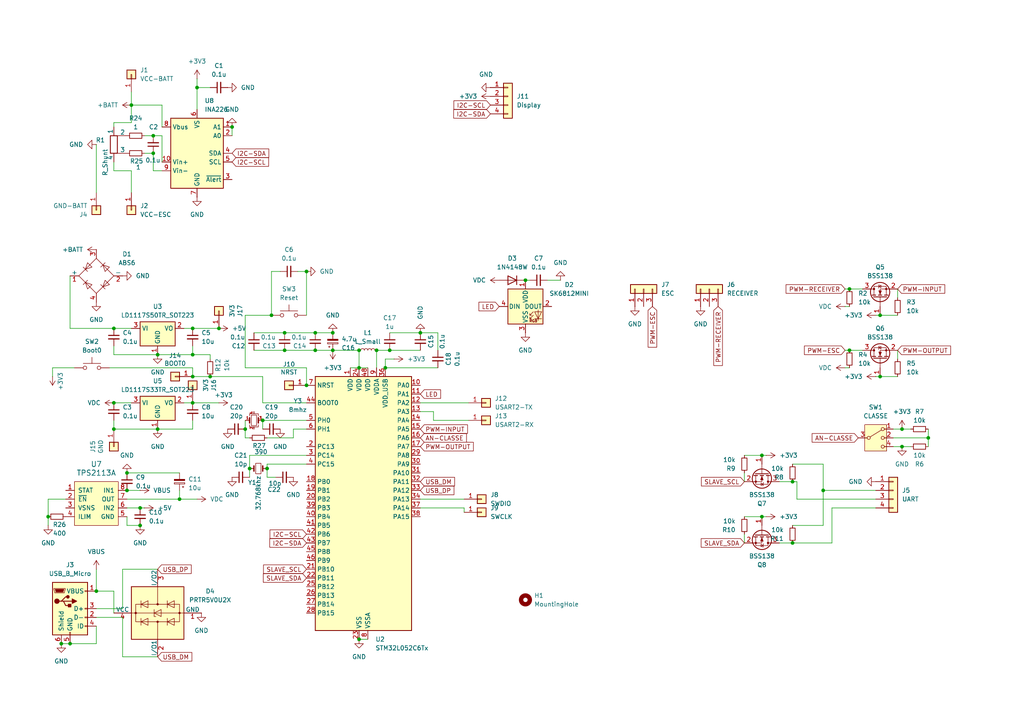
<source format=kicad_sch>
(kicad_sch (version 20231120) (generator "eeschema") (generator_version "8.0")
  (paper "A4")
  (junction (at 55.88 116.84))
  (junction (at 40.64 152.4))
  (junction (at 45.72 124.46))
  (junction (at 33.02 124.46))
  (junction (at 52.07 144.78))
  (junction (at 121.92 96.52))
  (junction (at 20.32 186.69))
  (junction (at 229.87 157.48))
  (junction (at 229.87 139.7))
  (junction (at 220.98 149.86))
  (junction (at 82.55 96.52))
  (junction (at 104.14 185.42))
  (junction (at 36.83 142.24))
  (junction (at 45.72 102.87))
  (junction (at 71.12 124.46))
  (junction (at 111.76 106.68))
  (junction (at 17.78 186.69))
  (junction (at 246.38 101.6))
  (junction (at 246.38 83.82))
  (junction (at 96.52 96.52))
  (junction (at 40.64 147.32))
  (junction (at 55.88 102.87))
  (junction (at 44.45 44.45))
  (junction (at 255.27 91.44))
  (junction (at 63.5 95.25))
  (junction (at 238.76 142.24))
  (junction (at 269.24 127))
  (junction (at 55.88 95.25))
  (junction (at 96.52 101.6))
  (junction (at 88.9 78.74))
  (junction (at 33.02 116.84))
  (junction (at 44.45 39.37))
  (junction (at 36.83 137.16))
  (junction (at 13.97 149.86))
  (junction (at 152.4 81.28))
  (junction (at 78.74 91.44))
  (junction (at 77.47 135.89))
  (junction (at 220.98 132.08))
  (junction (at 88.9 111.76))
  (junction (at 255.27 109.22))
  (junction (at 27.94 171.45))
  (junction (at 261.62 124.46))
  (junction (at 55.88 109.22))
  (junction (at 91.44 101.6))
  (junction (at 82.55 101.6))
  (junction (at 60.96 109.22))
  (junction (at 38.1 30.48))
  (junction (at 91.44 96.52))
  (junction (at 33.02 95.25))
  (junction (at 72.39 135.89))
  (junction (at 67.31 36.83))
  (junction (at 104.14 106.68))
  (junction (at 109.22 101.6))
  (junction (at 57.15 25.4))
  (junction (at 261.62 129.54))
  (junction (at 113.03 101.6))
  (junction (at 104.14 101.6))
  (junction (at 76.2 121.92))
  (wire (pts (xy 20.32 80.01) (xy 20.32 95.25)))
  (wire (pts (xy 71.12 127) (xy 72.39 127)))
  (wire (pts (xy 88.9 78.74) (xy 88.9 91.44)))
  (wire (pts (xy 245.11 83.82) (xy 246.38 83.82)))
  (wire (pts (xy 71.12 91.44) (xy 78.74 91.44)))
  (wire (pts (xy 104.14 106.68) (xy 106.68 106.68)))
  (wire (pts (xy 33.02 171.45) (xy 33.02 177.8)))
  (wire (pts (xy 111.76 106.68) (xy 111.76 104.14)))
  (wire (pts (xy 38.1 30.48) (xy 38.1 26.67)))
  (wire (pts (xy 45.72 124.46) (xy 33.02 124.46)))
  (wire (pts (xy 229.87 139.7) (xy 226.06 139.7)))
  (wire (pts (xy 35.56 190.5) (xy 45.72 190.5)))
  (wire (pts (xy 246.38 83.82) (xy 250.19 83.82)))
  (wire (pts (xy 13.97 144.78) (xy 19.05 144.78)))
  (wire (pts (xy 231.14 139.7) (xy 231.14 144.78)))
  (wire (pts (xy 27.94 171.45) (xy 33.02 171.45)))
  (wire (pts (xy 134.62 148.59) (xy 134.62 147.32)))
  (wire (pts (xy 38.1 35.56) (xy 38.1 30.48)))
  (wire (pts (xy 85.09 124.46) (xy 88.9 124.46)))
  (wire (pts (xy 109.22 101.6) (xy 113.03 101.6)))
  (wire (pts (xy 33.02 46.99) (xy 33.02 49.53)))
  (wire (pts (xy 104.14 101.6) (xy 96.52 101.6)))
  (wire (pts (xy 88.9 116.84) (xy 76.2 116.84)))
  (wire (pts (xy 91.44 101.6) (xy 82.55 101.6)))
  (wire (pts (xy 113.03 96.52) (xy 121.92 96.52)))
  (wire (pts (xy 27.94 186.69) (xy 20.32 186.69)))
  (wire (pts (xy 53.34 95.25) (xy 55.88 95.25)))
  (wire (pts (xy 46.99 49.53) (xy 44.45 49.53)))
  (wire (pts (xy 220.98 132.08) (xy 215.9 132.08)))
  (wire (pts (xy 38.1 49.53) (xy 38.1 55.88)))
  (wire (pts (xy 127 96.52) (xy 127 101.6)))
  (wire (pts (xy 269.24 127) (xy 259.08 127)))
  (wire (pts (xy 261.62 129.54) (xy 259.08 129.54)))
  (wire (pts (xy 36.83 137.16) (xy 52.07 137.16)))
  (wire (pts (xy 111.76 104.14) (xy 114.3 104.14)))
  (wire (pts (xy 245.11 106.68) (xy 246.38 106.68)))
  (wire (pts (xy 46.99 30.48) (xy 38.1 30.48)))
  (wire (pts (xy 27.94 181.61) (xy 27.94 186.69)))
  (wire (pts (xy 134.62 144.78) (xy 121.92 144.78)))
  (wire (pts (xy 96.52 101.6) (xy 91.44 101.6)))
  (wire (pts (xy 88.9 134.62) (xy 77.47 134.62)))
  (wire (pts (xy 31.75 106.68) (xy 55.88 106.68)))
  (wire (pts (xy 269.24 124.46) (xy 269.24 127)))
  (wire (pts (xy 76.2 109.22) (xy 60.96 109.22)))
  (wire (pts (xy 72.39 135.89) (xy 72.39 132.08)))
  (wire (pts (xy 158.75 81.28) (xy 162.56 81.28)))
  (wire (pts (xy 88.9 111.76) (xy 88.9 106.68)))
  (wire (pts (xy 135.89 121.92) (xy 125.73 121.92)))
  (wire (pts (xy 246.38 101.6) (xy 250.19 101.6)))
  (wire (pts (xy 33.02 35.56) (xy 38.1 35.56)))
  (wire (pts (xy 27.94 176.53) (xy 35.56 176.53)))
  (wire (pts (xy 55.88 100.33) (xy 55.88 102.87)))
  (wire (pts (xy 57.15 22.86) (xy 57.15 25.4)))
  (wire (pts (xy 53.34 116.84) (xy 55.88 116.84)))
  (wire (pts (xy 63.5 116.84) (xy 55.88 116.84)))
  (wire (pts (xy 13.97 149.86) (xy 13.97 144.78)))
  (wire (pts (xy 121.92 116.84) (xy 135.89 116.84)))
  (wire (pts (xy 255.27 91.44) (xy 260.35 91.44)))
  (wire (pts (xy 77.47 135.89) (xy 77.47 138.43)))
  (wire (pts (xy 82.55 96.52) (xy 73.66 96.52)))
  (wire (pts (xy 71.12 124.46) (xy 71.12 127)))
  (wire (pts (xy 229.87 157.48) (xy 241.3 157.48)))
  (wire (pts (xy 33.02 49.53) (xy 38.1 49.53)))
  (wire (pts (xy 254 142.24) (xy 238.76 142.24)))
  (wire (pts (xy 109.22 101.6) (xy 109.22 106.68)))
  (wire (pts (xy 33.02 124.46) (xy 33.02 121.92)))
  (wire (pts (xy 55.88 102.87) (xy 45.72 102.87)))
  (wire (pts (xy 245.11 88.9) (xy 246.38 88.9)))
  (wire (pts (xy 255.27 109.22) (xy 260.35 109.22)))
  (wire (pts (xy 40.64 152.4) (xy 36.83 152.4)))
  (wire (pts (xy 55.88 121.92) (xy 55.88 124.46)))
  (wire (pts (xy 71.12 121.92) (xy 71.12 124.46)))
  (wire (pts (xy 17.78 186.69) (xy 20.32 186.69)))
  (wire (pts (xy 41.91 147.32) (xy 40.64 147.32)))
  (wire (pts (xy 67.31 36.83) (xy 67.31 39.37)))
  (wire (pts (xy 104.14 185.42) (xy 106.68 185.42)))
  (wire (pts (xy 261.62 124.46) (xy 259.08 124.46)))
  (wire (pts (xy 153.67 81.28) (xy 152.4 81.28)))
  (wire (pts (xy 71.12 106.68) (xy 71.12 91.44)))
  (wire (pts (xy 85.09 127) (xy 85.09 124.46)))
  (wire (pts (xy 78.74 78.74) (xy 78.74 91.44)))
  (wire (pts (xy 27.94 165.1) (xy 27.94 171.45)))
  (wire (pts (xy 36.83 152.4) (xy 36.83 149.86)))
  (wire (pts (xy 76.2 121.92) (xy 88.9 121.92)))
  (wire (pts (xy 38.1 116.84) (xy 33.02 116.84)))
  (wire (pts (xy 40.64 142.24) (xy 36.83 142.24)))
  (wire (pts (xy 86.36 78.74) (xy 88.9 78.74)))
  (wire (pts (xy 41.91 44.45) (xy 44.45 44.45)))
  (wire (pts (xy 261.62 124.46) (xy 264.16 124.46)))
  (wire (pts (xy 63.5 95.25) (xy 55.88 95.25)))
  (wire (pts (xy 269.24 127) (xy 269.24 129.54)))
  (wire (pts (xy 104.14 101.6) (xy 104.14 106.68)))
  (wire (pts (xy 60.96 104.14) (xy 60.96 102.87)))
  (wire (pts (xy 57.15 144.78) (xy 52.07 144.78)))
  (wire (pts (xy 245.11 101.6) (xy 246.38 101.6)))
  (wire (pts (xy 241.3 157.48) (xy 241.3 147.32)))
  (wire (pts (xy 33.02 95.25) (xy 20.32 95.25)))
  (wire (pts (xy 125.73 119.38) (xy 121.92 119.38)))
  (wire (pts (xy 226.06 157.48) (xy 229.87 157.48)))
  (wire (pts (xy 76.2 124.46) (xy 76.2 121.92)))
  (wire (pts (xy 222.25 149.86) (xy 220.98 149.86)))
  (wire (pts (xy 96.52 96.52) (xy 91.44 96.52)))
  (wire (pts (xy 41.91 39.37) (xy 44.45 39.37)))
  (wire (pts (xy 15.24 109.22) (xy 15.24 106.68)))
  (wire (pts (xy 72.39 135.89) (xy 72.39 138.43)))
  (wire (pts (xy 40.64 147.32) (xy 36.83 147.32)))
  (wire (pts (xy 45.72 102.87) (xy 33.02 102.87)))
  (wire (pts (xy 13.97 152.4) (xy 13.97 149.86)))
  (wire (pts (xy 15.24 106.68) (xy 21.59 106.68)))
  (wire (pts (xy 134.62 147.32) (xy 121.92 147.32)))
  (wire (pts (xy 238.76 152.4) (xy 238.76 142.24)))
  (wire (pts (xy 33.02 35.56) (xy 33.02 36.83)))
  (wire (pts (xy 35.56 179.07) (xy 35.56 190.5)))
  (wire (pts (xy 260.35 101.6) (xy 260.35 104.14)))
  (wire (pts (xy 241.3 147.32) (xy 254 147.32)))
  (wire (pts (xy 35.56 176.53) (xy 35.56 165.1)))
  (wire (pts (xy 60.96 102.87) (xy 55.88 102.87)))
  (wire (pts (xy 82.55 101.6) (xy 73.66 101.6)))
  (wire (pts (xy 260.35 83.82) (xy 260.35 86.36)))
  (wire (pts (xy 121.92 96.52) (xy 127 96.52)))
  (wire (pts (xy 55.88 109.22) (xy 60.96 109.22)))
  (wire (pts (xy 46.99 39.37) (xy 46.99 46.99)))
  (wire (pts (xy 215.9 139.7) (xy 215.9 137.16)))
  (wire (pts (xy 91.44 96.52) (xy 82.55 96.52)))
  (wire (pts (xy 231.14 144.78) (xy 254 144.78)))
  (wire (pts (xy 38.1 95.25) (xy 33.02 95.25)))
  (wire (pts (xy 77.47 127) (xy 85.09 127)))
  (wire (pts (xy 57.15 25.4) (xy 60.96 25.4)))
  (wire (pts (xy 35.56 165.1) (xy 45.72 165.1)))
  (wire (pts (xy 222.25 132.08) (xy 220.98 132.08)))
  (wire (pts (xy 215.9 157.48) (xy 215.9 154.94)))
  (wire (pts (xy 76.2 116.84) (xy 76.2 109.22)))
  (wire (pts (xy 104.14 106.68) (xy 101.6 106.68)))
  (wire (pts (xy 80.01 138.43) (xy 77.47 138.43)))
  (wire (pts (xy 44.45 39.37) (xy 46.99 39.37)))
  (wire (pts (xy 261.62 129.54) (xy 264.16 129.54)))
  (wire (pts (xy 238.76 142.24) (xy 238.76 134.62)))
  (wire (pts (xy 27.94 41.91) (xy 27.94 55.88)))
  (wire (pts (xy 72.39 132.08) (xy 88.9 132.08)))
  (wire (pts (xy 229.87 139.7) (xy 231.14 139.7)))
  (wire (pts (xy 46.99 36.83) (xy 46.99 30.48)))
  (wire (pts (xy 44.45 49.53) (xy 44.45 44.45)))
  (wire (pts (xy 229.87 134.62) (xy 238.76 134.62)))
  (wire (pts (xy 52.07 144.78) (xy 36.83 144.78)))
  (wire (pts (xy 52.07 142.24) (xy 52.07 144.78)))
  (wire (pts (xy 57.15 25.4) (xy 57.15 31.75)))
  (wire (pts (xy 77.47 134.62) (xy 77.47 135.89)))
  (wire (pts (xy 111.76 106.68) (xy 127 106.68)))
  (wire (pts (xy 254 109.22) (xy 255.27 109.22)))
  (wire (pts (xy 27.94 179.07) (xy 35.56 179.07)))
  (wire (pts (xy 88.9 106.68) (xy 71.12 106.68)))
  (wire (pts (xy 229.87 152.4) (xy 238.76 152.4)))
  (wire (pts (xy 55.88 106.68) (xy 55.88 109.22)))
  (wire (pts (xy 220.98 149.86) (xy 215.9 149.86)))
  (wire (pts (xy 113.03 101.6) (xy 121.92 101.6)))
  (wire (pts (xy 33.02 102.87) (xy 33.02 100.33)))
  (wire (pts (xy 125.73 121.92) (xy 125.73 119.38)))
  (wire (pts (xy 254 91.44) (xy 255.27 91.44)))
  (wire (pts (xy 81.28 78.74) (xy 78.74 78.74)))
  (wire (pts (xy 55.88 124.46) (xy 45.72 124.46)))
  (global_label "AN-CLASSE" (shape input) (at 121.92 127 0) (property "Intersheetrefs" "${INTERSHEET_REFS}" (effects (hide yes))))
  (global_label "PWM-ESC" (shape input) (at 245.11 101.6 180) (property "Intersheetrefs" "${INTERSHEET_REFS}" (effects (hide yes))))
  (global_label "PWM-ESC" (shape input) (at 189.23 88.9 270) (property "Intersheetrefs" "${INTERSHEET_REFS}" (effects (hide yes))))
  (global_label "SLAVE_SDA" (shape input) (at 215.9 157.48 180) (property "Intersheetrefs" "${INTERSHEET_REFS}" (effects (hide yes))))
  (global_label "I2C-SCL" (shape input) (at 67.31 46.99 0) (property "Intersheetrefs" "${INTERSHEET_REFS}" (effects (hide yes))))
  (global_label "SLAVE_SDA" (shape input) (at 88.9 167.64 180) (property "Intersheetrefs" "${INTERSHEET_REFS}" (effects (hide yes))))
  (global_label "SLAVE_SCL" (shape input) (at 215.9 139.7 180) (property "Intersheetrefs" "${INTERSHEET_REFS}" (effects (hide yes))))
  (global_label "PWM-OUTPUT" (shape input) (at 121.92 129.54 0) (property "Intersheetrefs" "${INTERSHEET_REFS}" (effects (hide yes))))
  (global_label "USB_DP" (shape input) (at 121.92 142.24 0) (property "Intersheetrefs" "${INTERSHEET_REFS}" (effects (hide yes))))
  (global_label "USB_DM" (shape input) (at 45.72 190.5 0) (property "Intersheetrefs" "${INTERSHEET_REFS}" (effects (hide yes))))
  (global_label "I2C-SCL" (shape input) (at 142.24 30.48 180) (property "Intersheetrefs" "${INTERSHEET_REFS}" (effects (hide yes))))
  (global_label "LED" (shape input) (at 121.92 114.3 0) (property "Intersheetrefs" "${INTERSHEET_REFS}" (effects (hide yes))))
  (global_label "I2C-SCL" (shape input) (at 88.9 154.94 180) (property "Intersheetrefs" "${INTERSHEET_REFS}" (effects (hide yes))))
  (global_label "USB_DP" (shape input) (at 45.72 165.1 0) (property "Intersheetrefs" "${INTERSHEET_REFS}" (effects (hide yes))))
  (global_label "I2C-SDA" (shape input) (at 142.24 33.02 180) (property "Intersheetrefs" "${INTERSHEET_REFS}" (effects (hide yes))))
  (global_label "USB_DM" (shape input) (at 121.92 139.7 0) (property "Intersheetrefs" "${INTERSHEET_REFS}" (effects (hide yes))))
  (global_label "AN-CLASSE" (shape input) (at 248.92 127 180) (property "Intersheetrefs" "${INTERSHEET_REFS}" (effects (hide yes))))
  (global_label "PWM-INPUT" (shape input) (at 260.35 83.82 0) (property "Intersheetrefs" "${INTERSHEET_REFS}" (effects (hide yes))))
  (global_label "LED" (shape input) (at 144.78 88.9 180) (property "Intersheetrefs" "${INTERSHEET_REFS}" (effects (hide yes))))
  (global_label "SLAVE_SCL" (shape input) (at 88.9 165.1 180) (property "Intersheetrefs" "${INTERSHEET_REFS}" (effects (hide yes))))
  (global_label "I2C-SDA" (shape input) (at 67.31 44.45 0) (property "Intersheetrefs" "${INTERSHEET_REFS}" (effects (hide yes))))
  (global_label "I2C-SDA" (shape input) (at 88.9 157.48 180) (property "Intersheetrefs" "${INTERSHEET_REFS}" (effects (hide yes))))
  (global_label "PWM-OUTPUT" (shape input) (at 260.35 101.6 0) (property "Intersheetrefs" "${INTERSHEET_REFS}" (effects (hide yes))))
  (global_label "PWM-RECEIVER" (shape input) (at 245.11 83.82 180) (property "Intersheetrefs" "${INTERSHEET_REFS}" (effects (hide yes))))
  (global_label "PWM-INPUT" (shape input) (at 121.92 124.46 0) (property "Intersheetrefs" "${INTERSHEET_REFS}" (effects (hide yes))))
  (global_label "PWM-RECEIVER" (shape input) (at 208.28 88.9 270) (property "Intersheetrefs" "${INTERSHEET_REFS}" (effects (hide yes))))
  (symbol (lib_id "Device:C_Small") (at 82.55 138.43 90) (unit 1)
    (property "Reference" "C22" (at 79.502 141.986 90))
    (property "Value" "10p" (at 79.756 140.208 90))
    (property "Footprint" "Capacitor_SMD:C_0603_1608Metric" (effects (hide yes)))
    (property "Description" "Unpolarized capacitor, small symbol" (effects (hide yes)))
  )
  (symbol (lib_id "Sensor_Energy:INA226") (at 57.15 44.45 0) (unit 1)
    (property "Reference" "U8" (at 59.3441 29.21 0) (effects (justify left)))
    (property "Value" "INA226" (at 59.3441 31.75 0) (effects (justify left)))
    (property "Footprint" "Package_SO:VSSOP-10_3x3mm_P0.5mm" (effects (hide yes)))
    (property "Datasheet" "http://www.ti.com/lit/ds/symlink/ina226.pdf" (effects (hide yes)))
    (property "Description" "High-Side or Low-Side Measurement, Bi-Directional Current and Power Monitor (0-36V) with I2C Compatible Interface, VSSOP-10" (effects (hide yes)))
  )
  (symbol (lib_id "power:GND") (at 184.15 88.9 0) (unit 1)
    (property "Reference" "#PWR031" (effects (hide yes)))
    (property "Value" "GND" (at 184.15 93.98 0))
    (property "Description" "Power symbol creates a global label with name \"GND\" , ground" (effects (hide yes)))
  )
  (symbol (lib_id "Connector_Generic:Conn_01x01") (at 38.1 60.96 270) (unit 1)
    (property "Reference" "J2" (at 40.64 59.6899 90) (effects (justify left)))
    (property "Value" "VCC-ESC" (at 40.64 62.2299 90) (effects (justify left)))
    (property "Footprint" "footprints:HV_CONN_01x01_pad_6.2x12mm" (effects (hide yes)))
    (property "Description" "Generic connector, single row, 01x01, script generated (kicad-library-utils/schlib/autogen/connector/)" (effects (hide yes)))
  )
  (symbol (lib_id "power:GND") (at 81.28 124.46 0) (unit 1)
    (property "Reference" "#PWR050" (effects (hide yes)))
    (property "Value" "GND" (at 81.28 129.54 0))
    (property "Description" "Power symbol creates a global label with name \"GND\" , ground" (effects (hide yes)))
  )
  (symbol (lib_id "Device:C_Small") (at 91.44 99.06 0) (unit 1)
    (property "Reference" "C14" (at 88.9 100.3365 0) (effects (justify right)))
    (property "Value" "0.1u" (at 88.9 97.7965 0) (effects (justify right)))
    (property "Footprint" "Capacitor_SMD:C_0603_1608Metric" (effects (hide yes)))
    (property "Description" "Unpolarized capacitor, small symbol" (effects (hide yes)))
  )
  (symbol (lib_id "Device:C_Small") (at 127 104.14 0) (unit 1)
    (property "Reference" "C18" (at 130.048 104.14 90))
    (property "Value" "0.1u" (at 132.588 104.14 90))
    (property "Footprint" "Capacitor_SMD:C_0603_1608Metric" (effects (hide yes)))
    (property "Description" "Unpolarized capacitor, small symbol" (effects (hide yes)))
  )
  (symbol (lib_id "Connector_Generic:Conn_01x01") (at 140.97 121.92 0) (unit 1)
    (property "Reference" "J13" (at 143.51 120.6499 0) (effects (justify left)))
    (property "Value" "USART2-RX" (at 143.51 123.1899 0) (effects (justify left)))
    (property "Footprint" "TestPoint:TestPoint_Pad_D2.0mm" (effects (hide yes)))
    (property "Description" "Generic connector, single row, 01x01, script generated (kicad-library-utils/schlib/autogen/connector/)" (effects (hide yes)))
  )
  (symbol (lib_id "Device:R_Small") (at 246.38 86.36 0) (unit 1)
    (property "Reference" "R2" (at 248.92 85.0899 0) (effects (justify left)))
    (property "Value" "10k" (at 248.92 87.6299 0) (effects (justify left)))
    (property "Footprint" "Resistor_SMD:R_0603_1608Metric" (effects (hide yes)))
    (property "Description" "Resistor, small symbol" (effects (hide yes)))
  )
  (symbol (lib_id "Connector_Generic:Conn_01x01") (at 139.7 148.59 0) (unit 1)
    (property "Reference" "J9" (at 142.24 147.3199 0) (effects (justify left)))
    (property "Value" "SWCLK" (at 142.24 149.8599 0) (effects (justify left)))
    (property "Footprint" "TestPoint:TestPoint_Pad_D2.0mm" (effects (hide yes)))
    (property "Description" "Generic connector, single row, 01x01, script generated (kicad-library-utils/schlib/autogen/connector/)" (effects (hide yes)))
  )
  (symbol (lib_id "Connector_Generic:Conn_01x03") (at 205.74 83.82 90) (unit 1)
    (property "Reference" "J6" (at 210.82 82.5499 90) (effects (justify right)))
    (property "Value" "RECEIVER" (at 210.82 85.0899 90) (effects (justify right)))
    (property "Footprint" "Sigma Footprints:SolderWire_SMD_3" (effects (hide yes)))
    (property "Description" "Generic connector, single row, 01x03, script generated (kicad-library-utils/schlib/autogen/connector/)" (effects (hide yes)))
  )
  (symbol (lib_id "Connector_Generic:Conn_01x01") (at 63.5 90.17 90) (unit 1)
    (property "Reference" "J17" (at 69.596 90.17 0))
    (property "Value" "3V3" (at 67.31 90.17 0))
    (property "Footprint" "TestPoint:TestPoint_Pad_D2.0mm" (effects (hide yes)))
    (property "Description" "Generic connector, single row, 01x01, script generated (kicad-library-utils/schlib/autogen/connector/)" (effects (hide yes)))
  )
  (symbol (lib_id "power:+3V3") (at 15.24 109.22 180) (unit 1)
    (property "Reference" "#PWR13" (effects (hide yes)))
    (property "Value" "+3V3" (at 17.526 107.95 90) (effects (justify left)))
    (property "Description" "Power symbol creates a global label with name \"+3V3\"" (effects (hide yes)))
  )
  (symbol (lib_id "MCU_ST_STM32L0:STM32L052C6Tx") (at 104.14 147.32 0) (unit 1)
    (property "Reference" "U2" (at 108.8741 185.42 0) (effects (justify left)))
    (property "Value" "STM32L052C6Tx" (at 108.8741 187.96 0) (effects (justify left)))
    (property "Footprint" "Package_QFP:LQFP-48_7x7mm_P0.5mm" (effects (hide yes)))
    (property "Datasheet" "https://www.st.com/resource/en/datasheet/stm32l052c6.pdf" (effects (hide yes)))
    (property "Description" "STMicroelectronics Arm Cortex-M0+ MCU, 32KB flash, 8KB RAM, 32 MHz, 1.65-3.6V, 37 GPIO, LQFP48" (effects (hide yes)))
  )
  (symbol (lib_id "power:VBUS") (at 40.64 142.24 270) (unit 1)
    (property "Reference" "#PWR039" (effects (hide yes)))
    (property "Value" "VBUS" (at 44.45 142.2399 90) (effects (justify left)))
    (property "Description" "Power symbol creates a global label with name \"VBUS\"" (effects (hide yes)))
  )
  (symbol (lib_id "Device:R_Small") (at 39.37 39.37 90) (unit 1)
    (property "Reference" "R24" (at 39.37 34.29 90))
    (property "Value" "1" (at 39.37 36.83 90))
    (property "Footprint" "Resistor_SMD:R_0603_1608Metric" (effects (hide yes)))
    (property "Description" "Resistor, small symbol" (effects (hide yes)))
  )
  (symbol (lib_id "power:GND") (at 104.14 185.42 0) (unit 1)
    (property "Reference" "#PWR046" (effects (hide yes)))
    (property "Value" "GND" (at 104.14 190.5 0))
    (property "Description" "Power symbol creates a global label with name \"GND\" , ground" (effects (hide yes)))
  )
  (symbol (lib_id "Switch:SW_Push") (at 26.67 106.68 0) (unit 1)
    (property "Reference" "SW2" (at 26.67 99.06 0))
    (property "Value" "Boot0" (at 26.67 101.6 0))
    (property "Footprint" "Button_Switch_SMD:SW_Tactile_SPST_NO_Straight_CK_PTS636Sx25SMTRLFS" (effects (hide yes)))
    (property "Description" "Push button switch, generic, two pins" (effects (hide yes)))
  )
  (symbol (lib_id "Device:C_Small") (at 78.74 124.46 90) (unit 1)
    (property "Reference" "C19" (at 78.7463 118.11 90))
    (property "Value" "20p" (at 78.7463 120.65 90))
    (property "Footprint" "Capacitor_SMD:C_0603_1608Metric" (effects (hide yes)))
    (property "Description" "Unpolarized capacitor, small symbol" (effects (hide yes)))
  )
  (symbol (lib_id "Device:R_Small") (at 229.87 154.94 180) (unit 1)
    (property "Reference" "R11" (at 227.33 156.2101 0) (effects (justify left)))
    (property "Value" "10k" (at 227.33 153.6701 0) (effects (justify left)))
    (property "Footprint" "Resistor_SMD:R_0603_1608Metric" (effects (hide yes)))
    (property "Description" "Resistor, small symbol" (effects (hide yes)))
  )
  (symbol (lib_id "power:GND") (at 66.04 25.4 90) (unit 1)
    (property "Reference" "#PWR03" (effects (hide yes)))
    (property "Value" "GND" (at 69.85 25.3999 90) (effects (justify right)))
    (property "Description" "Power symbol creates a global label with name \"GND\" , ground" (effects (hide yes)))
  )
  (symbol (lib_id "power:GND") (at 40.64 152.4 0) (unit 1)
    (property "Reference" "#PWR043" (effects (hide yes)))
    (property "Value" "GND" (at 40.64 157.48 0))
    (property "Description" "Power symbol creates a global label with name \"GND\" , ground" (effects (hide yes)))
  )
  (symbol (lib_id "Transistor_FET:BSS138") (at 220.98 137.16 270) (unit 1)
    (property "Reference" "Q7" (at 220.98 146.05 90))
    (property "Value" "BSS138" (at 220.98 143.51 90))
    (property "Footprint" "Package_TO_SOT_SMD:SOT-23" (effects (hide yes)))
    (property "Datasheet" "https://www.onsemi.com/pub/Collateral/BSS138-D.PDF" (effects (hide yes)))
    (property "Description" "50V Vds, 0.22A Id, N-Channel MOSFET, SOT-23" (effects (hide yes)))
  )
  (symbol (lib_id "Regulator_Linear:LD1117S33TR_SOT223") (at 45.72 116.84 0) (unit 1)
    (property "Reference" "U5" (at 45.72 110.49 0))
    (property "Value" "LD1117S33TR_SOT223" (at 45.72 113.03 0))
    (property "Footprint" "Package_TO_SOT_SMD:SOT-223-3_TabPin2" (effects (hide yes)))
    (property "Datasheet" "http://www.st.com/st-web-ui/static/active/en/resource/technical/document/datasheet/CD00000544.pdf" (effects (hide yes)))
    (property "Description" "800mA Fixed Low Drop Positive Voltage Regulator, Fixed Output 3.3V, SOT-223" (effects (hide yes)))
  )
  (symbol (lib_id "Device:C_Small") (at 33.02 97.79 0) (unit 1)
    (property "Reference" "C4" (at 35.56 96.5262 0) (effects (justify left)))
    (property "Value" "0.1u" (at 35.56 99.0662 0) (effects (justify left)))
    (property "Footprint" "Capacitor_SMD:C_0603_1608Metric" (effects (hide yes)))
    (property "Description" "Unpolarized capacitor, small symbol" (effects (hide yes)))
  )
  (symbol (lib_id "Diode:1N4148W") (at 148.59 81.28 180) (unit 1)
    (property "Reference" "D3" (at 148.59 74.93 0))
    (property "Value" "1N4148W" (at 148.59 77.47 0))
    (property "Footprint" "Diode_SMD:D_SOD-123" (effects (hide yes)))
    (property "Datasheet" "https://www.vishay.com/docs/85748/1n4148w.pdf" (effects (hide yes)))
    (property "Description" "75V 0.15A Fast Switching Diode, SOD-123" (effects (hide yes)))
    (property "Sim.Device" "D" (effects (hide yes)))
    (property "Sim.Pins" "1=K 2=A" (effects (hide yes)))
  )
  (symbol (lib_id "power:VDC") (at 57.15 144.78 270) (unit 1)
    (property "Reference" "#PWR037" (effects (hide yes)))
    (property "Value" "VDC" (at 60.96 144.7799 90) (effects (justify left)))
    (property "Description" "Power symbol creates a global label with name \"VDC\"" (effects (hide yes)))
  )
  (symbol (lib_id "power:GND") (at 13.97 152.4 0) (unit 1)
    (property "Reference" "#PWR044" (effects (hide yes)))
    (property "Value" "GND" (at 13.97 157.48 0))
    (property "Description" "Power symbol creates a global label with name \"GND\" , ground" (effects (hide yes)))
  )
  (symbol (lib_id "Switch:SW_Push") (at 83.82 91.44 0) (unit 1)
    (property "Reference" "SW3" (at 83.82 83.82 0))
    (property "Value" "Reset" (at 83.82 86.36 0))
    (property "Footprint" "Button_Switch_SMD:SW_Tactile_SPST_NO_Straight_CK_PTS636Sx25SMTRLFS" (effects (hide yes)))
    (property "Description" "Push button switch, generic, two pins" (effects (hide yes)))
  )
  (symbol (lib_id "Connector_Generic:Conn_01x04") (at 259.08 142.24 0) (unit 1)
    (property "Reference" "J5" (at 261.62 142.2399 0) (effects (justify left)))
    (property "Value" "UART" (at 261.62 144.7799 0) (effects (justify left)))
    (property "Footprint" "Connector_JST:JST_XH_S4B-XH-A-1_1x04_P2.50mm_Horizontal" (effects (hide yes)))
    (property "Description" "Generic connector, single row, 01x04, script generated (kicad-library-utils/schlib/autogen/connector/)" (effects (hide yes)))
  )
  (symbol (lib_id "power:VDC") (at 144.78 81.28 90) (unit 1)
    (property "Reference" "#PWR023" (effects (hide yes)))
    (property "Value" "VDC" (at 140.97 81.2799 90) (effects (justify left)))
    (property "Description" "Power symbol creates a global label with name \"VDC\"" (effects (hide yes)))
  )
  (symbol (lib_id "power:GND") (at 261.62 129.54 0) (unit 1)
    (property "Reference" "#PWR026" (effects (hide yes)))
    (property "Value" "GND" (at 261.62 134.62 0))
    (property "Description" "Power symbol creates a global label with name \"GND\" , ground" (effects (hide yes)))
  )
  (symbol (lib_id "Device:C_Small") (at 113.03 99.06 0) (unit 1)
    (property "Reference" "C17" (at 113.03 92.202 0))
    (property "Value" "1u" (at 113.03 94.742 0))
    (property "Footprint" "Capacitor_SMD:C_0603_1608Metric" (effects (hide yes)))
    (property "Description" "Unpolarized capacitor, small symbol" (effects (hide yes)))
  )
  (symbol (lib_id "power:VDC") (at 33.02 116.84 90) (unit 1)
    (property "Reference" "#PWR038" (effects (hide yes)))
    (property "Value" "VDC" (at 29.21 116.8399 90) (effects (justify left)))
    (property "Description" "Power symbol creates a global label with name \"VDC\"" (effects (hide yes)))
  )
  (symbol (lib_id "power:+3V3") (at 96.52 101.6 180) (unit 1)
    (property "Reference" "#PWR045" (effects (hide yes)))
    (property "Value" "+3V3" (at 96.52 106.68 0))
    (property "Description" "Power symbol creates a global label with name \"+3V3\"" (effects (hide yes)))
  )
  (symbol (lib_id "Sigma_sensors:TPS2113A") (at 29.21 144.78 0) (unit 1)
    (property "Reference" "U7" (at 27.94 134.62 0) (effects (font (size 1.524 1.524))))
    (property "Value" "TPS2113A" (at 27.94 137.16 0) (effects (font (size 1.524 1.524))))
    (property "Footprint" "Package_SO:TSSOP-8_3x3mm_P0.65mm" (effects (hide yes)))
    (property "Datasheet" "https://www.ti.com/lit/ds/symlink/tps2113a.pdf?ts=1597267193821&ref_url=https%253A%252F%252Fwww.google.com%252F" (effects (hide yes)))
    (property "Description" "AUTOSWITCHING POWER MUX" (effects (hide yes)))
  )
  (symbol (lib_id "Device:Crystal_Small") (at 74.93 135.89 0) (unit 1)
    (property "Reference" "Y1" (at 73.152 139.954 0))
    (property "Value" "32.768khz" (at 74.93 143.002 90))
    (property "Footprint" "Crystal:Crystal_SMD_3215-2Pin_3.2x1.5mm" (effects (hide yes)))
    (property "Description" "Two pin crystal, small symbol" (effects (hide yes)))
  )
  (symbol (lib_id "power:GND") (at 96.52 96.52 180) (unit 1)
    (property "Reference" "#PWR047" (effects (hide yes)))
    (property "Value" "GND" (at 96.52 91.44 0))
    (property "Description" "Power symbol creates a global label with name \"GND\" , ground" (effects (hide yes)))
  )
  (symbol (lib_id "Device:C_Small") (at 68.58 124.46 90) (unit 1)
    (property "Reference" "C20" (at 68.5863 118.11 90))
    (property "Value" "20p" (at 68.5863 120.65 90))
    (property "Footprint" "Capacitor_SMD:C_0603_1608Metric" (effects (hide yes)))
    (property "Description" "Unpolarized capacitor, small symbol" (effects (hide yes)))
  )
  (symbol (lib_id "power:GND") (at 45.72 102.87 0) (unit 1)
    (property "Reference" "#PWR011" (effects (hide yes)))
    (property "Value" "GND" (at 45.72 107.95 0))
    (property "Description" "Power symbol creates a global label with name \"GND\" , ground" (effects (hide yes)))
  )
  (symbol (lib_id "power:GND") (at 162.56 81.28 180) (unit 1)
    (property "Reference" "#PWR034" (effects (hide yes)))
    (property "Value" "GND" (at 162.56 76.2 0))
    (property "Description" "Power symbol creates a global label with name \"GND\" , ground" (effects (hide yes)))
  )
  (symbol (lib_id "Device:R_Small") (at 215.9 134.62 180) (unit 1)
    (property "Reference" "R9" (at 213.36 135.8901 0) (effects (justify left)))
    (property "Value" "10k" (at 213.36 133.3501 0) (effects (justify left)))
    (property "Footprint" "Resistor_SMD:R_0603_1608Metric" (effects (hide yes)))
    (property "Description" "Resistor, small symbol" (effects (hide yes)))
  )
  (symbol (lib_id "Device:R_Small") (at 246.38 104.14 0) (unit 1)
    (property "Reference" "R4" (at 248.92 102.8699 0) (effects (justify left)))
    (property "Value" "10k" (at 248.92 105.4099 0) (effects (justify left)))
    (property "Footprint" "Resistor_SMD:R_0603_1608Metric" (effects (hide yes)))
    (property "Description" "Resistor, small symbol" (effects (hide yes)))
  )
  (symbol (lib_id "Device:C_Small") (at 55.88 119.38 0) (unit 1)
    (property "Reference" "C8" (at 58.42 118.1162 0) (effects (justify left)))
    (property "Value" "10u" (at 58.42 120.6562 0) (effects (justify left)))
    (property "Footprint" "Capacitor_SMD:C_0805_2012Metric" (effects (hide yes)))
    (property "Description" "Unpolarized capacitor, small symbol" (effects (hide yes)))
  )
  (symbol (lib_id "Device:C_Small") (at 40.64 149.86 0) (unit 1)
    (property "Reference" "C10" (at 43.18 148.5962 0) (effects (justify left)))
    (property "Value" "0.1u" (at 43.18 151.1362 0) (effects (justify left)))
    (property "Footprint" "Capacitor_SMD:C_0603_1608Metric" (effects (hide yes)))
    (property "Description" "Unpolarized capacitor, small symbol" (effects (hide yes)))
  )
  (symbol (lib_id "Connector:USB_B_Micro") (at 20.32 176.53 0) (unit 1)
    (property "Reference" "J3" (at 20.32 163.83 0))
    (property "Value" "USB_B_Micro" (at 20.32 166.37 0))
    (property "Footprint" "footprints:47589-1001" (effects (hide yes)))
    (property "Description" "USB Micro Type B connector" (effects (hide yes)))
  )
  (symbol (lib_id "power:GND") (at 152.4 96.52 0) (unit 1)
    (property "Reference" "#PWR033" (effects (hide yes)))
    (property "Value" "GND" (at 152.4 101.6 0))
    (property "Description" "Power symbol creates a global label with name \"GND\" , ground" (effects (hide yes)))
  )
  (symbol (lib_id "Mechanical:MountingHole") (at 152.4 173.99 0) (unit 1) (exclude_from_sim yes) (in_bom no)
    (property "Reference" "H1" (at 154.94 172.7199 0) (effects (justify left)))
    (property "Value" "MountingHole" (at 154.94 175.2599 0) (effects (justify left)))
    (property "Footprint" "MountingHole:MountingHole_3.2mm_M3_ISO7380" (effects (hide yes)))
    (property "Description" "Mounting Hole without connection" (effects (hide yes)))
  )
  (symbol (lib_id "power:+5V") (at 41.91 147.32 270) (unit 1)
    (property "Reference" "#PWR040" (effects (hide yes)))
    (property "Value" "+5V" (at 45.72 147.3199 90) (effects (justify left)))
    (property "Description" "Power symbol creates a global label with name \"+5V\"" (effects (hide yes)))
  )
  (symbol (lib_id "Device:C_Polarized_Small") (at 96.52 99.06 0) (mirror x) (unit 1)
    (property "Reference" "C16" (at 99.06 100.8762 0) (effects (justify left)))
    (property "Value" "4.7u" (at 99.06 98.3362 0) (effects (justify left)))
    (property "Footprint" "Capacitor_Tantalum_SMD:CP_EIA-3216-18_Kemet-A" (effects (hide yes)))
    (property "Description" "Polarized capacitor, small symbol" (effects (hide yes)))
  )
  (symbol (lib_id "Device:R_Small") (at 215.9 152.4 180) (unit 1)
    (property "Reference" "R10" (at 213.36 153.6701 0) (effects (justify left)))
    (property "Value" "10k" (at 213.36 151.1301 0) (effects (justify left)))
    (property "Footprint" "Resistor_SMD:R_0603_1608Metric" (effects (hide yes)))
    (property "Description" "Resistor, small symbol" (effects (hide yes)))
  )
  (symbol (lib_id "power:GND") (at 67.31 36.83 180) (unit 1)
    (property "Reference" "#PWR054" (effects (hide yes)))
    (property "Value" "GND" (at 67.31 31.75 0))
    (property "Description" "Power symbol creates a global label with name \"GND\" , ground" (effects (hide yes)))
  )
  (symbol (lib_id "Device:R_Shunt") (at 33.02 41.91 0) (unit 1)
    (property "Reference" "R1" (at 30.48 40.6399 0) (effects (justify right)))
    (property "Value" "R_Shunt" (at 30.48 43.1799 90) (effects (justify right)))
    (property "Footprint" "footprints:MSRSF3920P" (effects (hide yes)))
    (property "Description" "Shunt resistor" (effects (hide yes)))
  )
  (symbol (lib_id "Device:R_Small") (at 74.93 127 90) (unit 1)
    (property "Reference" "R27" (at 75.184 129.286 90))
    (property "Value" "390" (at 75.692 131.064 90))
    (property "Footprint" "Resistor_SMD:R_0603_1608Metric" (effects (hide yes)))
    (property "Description" "Resistor, small symbol" (effects (hide yes)))
  )
  (symbol (lib_id "power:+3V3") (at 222.25 132.08 270) (unit 1)
    (property "Reference" "#PWR028" (effects (hide yes)))
    (property "Value" "+3V3" (at 226.06 132.0801 90) (effects (justify left)))
    (property "Description" "Power symbol creates a global label with name \"+3V3\"" (effects (hide yes)))
  )
  (symbol (lib_id "power:GND") (at 66.04 124.46 0) (unit 1)
    (property "Reference" "#PWR051" (effects (hide yes)))
    (property "Value" "GND" (at 66.04 129.54 0))
    (property "Description" "Power symbol creates a global label with name \"GND\" , ground" (effects (hide yes)))
  )
  (symbol (lib_id "Transistor_FET:BSS138") (at 220.98 154.94 270) (unit 1)
    (property "Reference" "Q8" (at 220.98 163.83 90))
    (property "Value" "BSS138" (at 220.98 161.29 90))
    (property "Footprint" "Package_TO_SOT_SMD:SOT-23" (effects (hide yes)))
    (property "Datasheet" "https://www.onsemi.com/pub/Collateral/BSS138-D.PDF" (effects (hide yes)))
    (property "Description" "50V Vds, 0.22A Id, N-Channel MOSFET, SOT-23" (effects (hide yes)))
  )
  (symbol (lib_id "Device:Crystal_GND24_Small") (at 73.66 121.92 0) (unit 1)
    (property "Reference" "Y3" (at 86.36 116.2998 0))
    (property "Value" "8mhz" (at 86.36 118.8398 0))
    (property "Footprint" "Crystal:Crystal_SMD_3225-4Pin_3.2x2.5mm_HandSoldering" (effects (hide yes)))
    (property "Description" "Four pin crystal, GND on pins 2 and 4, small symbol" (effects (hide yes)))
  )
  (symbol (lib_id "Power_Protection:PRTR5V0U2X") (at 45.72 177.8 90) (unit 1)
    (property "Reference" "D4" (at 60.96 171.4814 90))
    (property "Value" "PRTR5V0U2X" (at 60.96 174.0214 90))
    (property "Footprint" "Package_TO_SOT_SMD:SOT-143" (effects (hide yes)))
    (property "Datasheet" "https://assets.nexperia.com/documents/data-sheet/PRTR5V0U2X.pdf" (effects (hide yes)))
    (property "Description" "Ultra low capacitance double rail-to-rail ESD protection diode, SOT-143" (effects (hide yes)))
  )
  (symbol (lib_id "Device:R_Small") (at 16.51 149.86 270) (unit 1)
    (property "Reference" "R26" (at 17.272 152.146 90))
    (property "Value" "400" (at 17.272 154.686 90))
    (property "Footprint" "Resistor_SMD:R_0603_1608Metric" (effects (hide yes)))
    (property "Description" "Resistor, small symbol" (effects (hide yes)))
  )
  (symbol (lib_id "Sigma Sensors:SK6812MINI-E") (at 152.4 88.9 0) (unit 1)
    (property "Reference" "D2" (at 165.1 82.5814 0))
    (property "Value" "SK6812MINI" (at 165.1 85.1214 0))
    (property "Footprint" "Sigma Footprints:SK6812MINI-E" (effects (hide yes)))
    (property "Datasheet" "https://cdn-shop.adafruit.com/product-files/2686/SK6812MINI_REV.01-1-2.pdf" (effects (hide yes)))
    (property "Description" "RGB LED with integrated controller" (effects (hide yes)))
  )
  (symbol (lib_id "power:+3V3") (at 254 109.22 90) (unit 1)
    (property "Reference" "#PWR024" (effects (hide yes)))
    (property "Value" "+3V3" (at 250.19 109.2199 90) (effects (justify left)))
    (property "Description" "Power symbol creates a global label with name \"+3V3\"" (effects (hide yes)))
  )
  (symbol (lib_id "Connector_Generic:Conn_01x04") (at 147.32 27.94 0) (unit 1)
    (property "Reference" "J11" (at 149.86 27.9399 0) (effects (justify left)))
    (property "Value" "Display" (at 149.86 30.4799 0) (effects (justify left)))
    (property "Footprint" "Sigma Footprints:OLED_0.91_128x32" (effects (hide yes)))
    (property "Description" "Generic connector, single row, 01x04, script generated (kicad-library-utils/schlib/autogen/connector/)" (effects (hide yes)))
  )
  (symbol (lib_id "power:GND") (at 85.09 138.43 0) (unit 1)
    (property "Reference" "#PWR053" (effects (hide yes)))
    (property "Value" "GND" (at 85.09 143.51 0))
    (property "Description" "Power symbol creates a global label with name \"GND\" , ground" (effects (hide yes)))
  )
  (symbol (lib_id "Device:C_Small") (at 36.83 139.7 0) (unit 1)
    (property "Reference" "C9" (at 39.37 138.4362 0) (effects (justify left)))
    (property "Value" "0.1u" (at 39.37 140.9762 0) (effects (justify left)))
    (property "Footprint" "Capacitor_SMD:C_0603_1608Metric" (effects (hide yes)))
    (property "Description" "Unpolarized capacitor, small symbol" (effects (hide yes)))
  )
  (symbol (lib_id "power:+3V3") (at 57.15 22.86 0) (unit 1)
    (property "Reference" "#PWR01" (effects (hide yes)))
    (property "Value" "+3V3" (at 57.15 17.78 0))
    (property "Description" "Power symbol creates a global label with name \"+3V3\"" (effects (hide yes)))
  )
  (symbol (lib_id "Device:C_Small") (at 83.82 78.74 90) (unit 1)
    (property "Reference" "C6" (at 83.8263 72.39 90))
    (property "Value" "0.1u" (at 83.8263 74.93 90))
    (property "Footprint" "Capacitor_SMD:C_0603_1608Metric" (effects (hide yes)))
    (property "Description" "Unpolarized capacitor, small symbol" (effects (hide yes)))
  )
  (symbol (lib_id "Device:C_Polarized_Small") (at 52.07 139.7 180) (unit 1)
    (property "Reference" "C11" (at 54.61 138.976 0) (effects (justify right)))
    (property "Value" "10u" (at 54.61 141.516 0) (effects (justify right)))
    (property "Footprint" "Capacitor_Tantalum_SMD:CP_EIA-3528-21_Kemet-B" (effects (hide yes)))
    (property "Description" "Polarized capacitor, small symbol" (effects (hide yes)))
  )
  (symbol (lib_id "power:+3V3") (at 254 91.44 90) (unit 1)
    (property "Reference" "#PWR022" (effects (hide yes)))
    (property "Value" "+3V3" (at 250.19 91.4399 90) (effects (justify left)))
    (property "Description" "Power symbol creates a global label with name \"+3V3\"" (effects (hide yes)))
  )
  (symbol (lib_id "power:+3V3") (at 142.24 27.94 90) (unit 1)
    (property "Reference" "#PWR020" (effects (hide yes)))
    (property "Value" "+3V3" (at 138.43 27.9399 90) (effects (justify left)))
    (property "Description" "Power symbol creates a global label with name \"+3V3\"" (effects (hide yes)))
  )
  (symbol (lib_id "power:GND") (at 17.78 186.69 0) (unit 1)
    (property "Reference" "#PWR035" (effects (hide yes)))
    (property "Value" "GND" (at 17.78 191.77 0))
    (property "Description" "Power symbol creates a global label with name \"GND\" , ground" (effects (hide yes)))
  )
  (symbol (lib_id "power:VBUS") (at 27.94 165.1 0) (unit 1)
    (property "Reference" "#PWR036" (effects (hide yes)))
    (property "Value" "VBUS" (at 27.94 160.02 0))
    (property "Description" "Power symbol creates a global label with name \"VBUS\"" (effects (hide yes)))
  )
  (symbol (lib_id "power:GND") (at 203.2 88.9 0) (unit 1)
    (property "Reference" "#PWR030" (effects (hide yes)))
    (property "Value" "GND" (at 203.2 93.98 0))
    (property "Description" "Power symbol creates a global label with name \"GND\" , ground" (effects (hide yes)))
  )
  (symbol (lib_id "power:+3V3") (at 222.25 149.86 270) (unit 1)
    (property "Reference" "#PWR029" (effects (hide yes)))
    (property "Value" "+3V3" (at 226.06 149.8601 90) (effects (justify left)))
    (property "Description" "Power symbol creates a global label with name \"+3V3\"" (effects (hide yes)))
  )
  (symbol (lib_id "power:+3V3") (at 261.62 124.46 0) (unit 1)
    (property "Reference" "#PWR025" (effects (hide yes)))
    (property "Value" "+3V3" (at 261.62 119.38 0))
    (property "Description" "Power symbol creates a global label with name \"+3V3\"" (effects (hide yes)))
  )
  (symbol (lib_id "Transistor_FET:BSS138") (at 255.27 86.36 90) (unit 1)
    (property "Reference" "Q5" (at 255.27 77.47 90))
    (property "Value" "BSS138" (at 255.27 80.01 90))
    (property "Footprint" "Package_TO_SOT_SMD:SOT-23" (effects (hide yes)))
    (property "Datasheet" "https://www.onsemi.com/pub/Collateral/BSS138-D.PDF" (effects (hide yes)))
    (property "Description" "50V Vds, 0.22A Id, N-Channel MOSFET, SOT-23" (effects (hide yes)))
  )
  (symbol (lib_id "Regulator_Linear:LD1117S50TR_SOT223") (at 45.72 95.25 0) (unit 1)
    (property "Reference" "U3" (at 45.72 88.9 0))
    (property "Value" "LD1117S50TR_SOT223" (at 45.72 91.44 0))
    (property "Footprint" "Package_TO_SOT_SMD:SOT-223-3_TabPin2" (effects (hide yes)))
    (property "Datasheet" "http://www.st.com/st-web-ui/static/active/en/resource/technical/document/datasheet/CD00000544.pdf" (effects (hide yes)))
    (property "Description" "800mA Fixed Low Drop Positive Voltage Regulator, Fixed Output 5.0V, SOT-223" (effects (hide yes)))
  )
  (symbol (lib_id "power:+BATT") (at 27.94 72.39 90) (unit 1)
    (property "Reference" "#PWR08" (effects (hide yes)))
    (property "Value" "+BATT" (at 24.13 72.3899 90) (effects (justify left)))
    (property "Description" "Power symbol creates a global label with name \"+BATT\"" (effects (hide yes)))
  )
  (symbol (lib_id "Device:R_Small") (at 266.7 124.46 90) (unit 1)
    (property "Reference" "R7" (at 266.7 119.38 90))
    (property "Value" "10k" (at 266.7 121.92 90))
    (property "Footprint" "Resistor_SMD:R_0603_1608Metric" (effects (hide yes)))
    (property "Description" "Resistor, small symbol" (effects (hide yes)))
  )
  (symbol (lib_id "power:GND") (at 121.92 96.52 180) (unit 1)
    (property "Reference" "#PWR048" (effects (hide yes)))
    (property "Value" "GND" (at 121.9199 92.71 90) (effects (justify right)))
    (property "Description" "Power symbol creates a global label with name \"GND\" , ground" (effects (hide yes)))
  )
  (symbol (lib_id "Device:C_Small") (at 121.92 99.06 0) (unit 1)
    (property "Reference" "C15" (at 124.968 99.06 90))
    (property "Value" "0.1u" (at 128.27 99.06 90))
    (property "Footprint" "Capacitor_SMD:C_0603_1608Metric" (effects (hide yes)))
    (property "Description" "Unpolarized capacitor, small symbol" (effects (hide yes)))
  )
  (symbol (lib_id "Connector_Generic:Conn_01x01") (at 50.8 109.22 180) (unit 1)
    (property "Reference" "J14" (at 50.8 103.124 0))
    (property "Value" "BOOT0" (at 50.8 105.41 0))
    (property "Footprint" "TestPoint:TestPoint_Pad_D2.0mm" (effects (hide yes)))
    (property "Description" "Generic connector, single row, 01x01, script generated (kicad-library-utils/schlib/autogen/connector/)" (effects (hide yes)))
  )
  (symbol (lib_id "Diode_Bridge:ABS6") (at 27.94 80.01 180) (unit 1)
    (property "Reference" "D1" (at 36.83 73.6914 0))
    (property "Value" "ABS6" (at 36.83 76.2314 0))
    (property "Footprint" "Diode_SMD:Diode_Bridge_Diotec_ABS" (effects (hide yes)))
    (property "Datasheet" "https://diotec.com/tl_files/diotec/files/pdf/datasheets/abs2.pdf" (effects (hide yes)))
    (property "Description" "Miniature Glass Passivated Single-Phase Surface Mount Bridge Rectifiers, 420V Vrms, 0.8A If, ABS SMD package" (effects (hide yes)))
  )
  (symbol (lib_id "Device:R_Small") (at 39.37 44.45 90) (unit 1)
    (property "Reference" "R25" (at 39.624 46.736 90))
    (property "Value" "1" (at 40.132 48.514 90))
    (property "Footprint" "Resistor_SMD:R_0603_1608Metric" (effects (hide yes)))
    (property "Description" "Resistor, small symbol" (effects (hide yes)))
  )
  (symbol (lib_id "power:GND") (at 142.24 25.4 270) (unit 1)
    (property "Reference" "#PWR019" (effects (hide yes)))
    (property "Value" "GND" (at 140.97 21.59 90))
    (property "Description" "Power symbol creates a global label with name \"GND\" , ground" (effects (hide yes)))
  )
  (symbol (lib_id "Device:C_Small") (at 55.88 97.79 0) (unit 1)
    (property "Reference" "C5" (at 58.42 96.5262 0) (effects (justify left)))
    (property "Value" "10u" (at 58.42 99.0662 0) (effects (justify left)))
    (property "Footprint" "Capacitor_SMD:C_0805_2012Metric" (effects (hide yes)))
    (property "Description" "Unpolarized capacitor, small symbol" (effects (hide yes)))
  )
  (symbol (lib_id "Connector_Generic:Conn_01x01") (at 55.88 111.76 90) (unit 1)
    (property "Reference" "J16" (at 61.976 111.76 0))
    (property "Value" "3V3" (at 59.69 111.76 0))
    (property "Footprint" "TestPoint:TestPoint_Pad_D2.0mm" (effects (hide yes)))
    (property "Description" "Generic connector, single row, 01x01, script generated (kicad-library-utils/schlib/autogen/connector/)" (effects (hide yes)))
  )
  (symbol (lib_id "Connector_Generic:Conn_01x01") (at 139.7 144.78 0) (unit 1)
    (property "Reference" "J8" (at 142.24 143.5099 0) (effects (justify left)))
    (property "Value" "SWDIO" (at 142.24 146.0499 0) (effects (justify left)))
    (property "Footprint" "TestPoint:TestPoint_Pad_D2.0mm" (effects (hide yes)))
    (property "Description" "Generic connector, single row, 01x01, script generated (kicad-library-utils/schlib/autogen/connector/)" (effects (hide yes)))
  )
  (symbol (lib_id "power:+5V") (at 63.5 95.25 270) (unit 1)
    (property "Reference" "#PWR012" (effects (hide yes)))
    (property "Value" "+5V" (at 67.31 95.2499 90) (effects (justify left)))
    (property "Description" "Power symbol creates a global label with name \"+5V\"" (effects (hide yes)))
  )
  (symbol (lib_id "power:GND") (at 254 139.7 270) (unit 1)
    (property "Reference" "#PWR027" (effects (hide yes)))
    (property "Value" "GND" (at 250.19 139.6999 90) (effects (justify right)))
    (property "Description" "Power symbol creates a global label with name \"GND\" , ground" (effects (hide yes)))
  )
  (symbol (lib_id "power:GND") (at 58.42 177.8 0) (unit 1)
    (property "Reference" "#PWR032" (effects (hide yes)))
    (property "Value" "GND" (at 58.42 182.88 0))
    (property "Description" "Power symbol creates a global label with name \"GND\" , ground" (effects (hide yes)))
  )
  (symbol (lib_id "power:GND") (at 27.94 41.91 270) (unit 1)
    (property "Reference" "#PWR05" (effects (hide yes)))
    (property "Value" "GND" (at 24.13 41.9101 90) (effects (justify right)))
    (property "Description" "Power symbol creates a global label with name \"GND\" , ground" (effects (hide yes)))
  )
  (symbol (lib_id "power:GND") (at 67.31 138.43 0) (unit 1)
    (property "Reference" "#PWR052" (effects (hide yes)))
    (property "Value" "GND" (at 67.31 143.51 0))
    (property "Description" "Power symbol creates a global label with name \"GND\" , ground" (effects (hide yes)))
  )
  (symbol (lib_id "Transistor_FET:BSS138") (at 255.27 104.14 90) (unit 1)
    (property "Reference" "Q6" (at 255.27 95.25 90))
    (property "Value" "BSS138" (at 255.27 97.79 90))
    (property "Footprint" "Package_TO_SOT_SMD:SOT-23" (effects (hide yes)))
    (property "Datasheet" "https://www.onsemi.com/pub/Collateral/BSS138-D.PDF" (effects (hide yes)))
    (property "Description" "50V Vds, 0.22A Id, N-Channel MOSFET, SOT-23" (effects (hide yes)))
  )
  (symbol (lib_id "power:GND") (at 88.9 78.74 90) (unit 1)
    (property "Reference" "#PWR14" (effects (hide yes)))
    (property "Value" "GND" (at 92.71 78.7399 90) (effects (justify right)))
    (property "Description" "Power symbol creates a global label with name \"GND\" , ground" (effects (hide yes)))
  )
  (symbol (lib_id "power:GND") (at 45.72 124.46 0) (unit 1)
    (property "Reference" "#PWR06" (effects (hide yes)))
    (property "Value" "GND" (at 45.72 129.54 0))
    (property "Description" "Power symbol creates a global label with name \"GND\" , ground" (effects (hide yes)))
  )
  (symbol (lib_id "Switch:SW_SP3T") (at 254 127 0) (unit 1)
    (property "Reference" "SW1" (at 254 118.11 0))
    (property "Value" "CLASSE" (at 254 120.65 0))
    (property "Footprint" "Button_Switch_SMD:SW_SP3T_PCM13" (effects (hide yes)))
    (property "Description" "Switch, three position, single pole triple throw, 3 position switch, SP3T" (effects (hide yes)))
  )
  (symbol (lib_id "Device:C_Small") (at 73.66 99.06 0) (unit 1)
    (property "Reference" "C12" (at 71.12 100.3365 0) (effects (justify right)))
    (property "Value" "0.1u" (at 71.12 97.7965 0) (effects (justify right)))
    (property "Footprint" "Capacitor_SMD:C_0603_1608Metric" (effects (hide yes)))
    (property "Description" "Unpolarized capacitor, small symbol" (effects (hide yes)))
  )
  (symbol (lib_id "Connector_Generic:Conn_01x01") (at 140.97 116.84 0) (unit 1)
    (property "Reference" "J12" (at 143.51 115.5699 0) (effects (justify left)))
    (property "Value" "USART2-TX" (at 143.51 118.1099 0) (effects (justify left)))
    (property "Footprint" "TestPoint:TestPoint_Pad_D2.0mm" (effects (hide yes)))
    (property "Description" "Generic connector, single row, 01x01, script generated (kicad-library-utils/schlib/autogen/connector/)" (effects (hide yes)))
  )
  (symbol (lib_id "power:GND") (at 27.94 87.63 0) (unit 1)
    (property "Reference" "#PWR09" (effects (hide yes)))
    (property "Value" "GND" (at 27.94 92.71 0))
    (property "Description" "Power symbol creates a global label with name \"GND\" , ground" (effects (hide yes)))
  )
  (symbol (lib_id "power:GND") (at 36.83 137.16 180) (unit 1)
    (property "Reference" "#PWR042" (effects (hide yes)))
    (property "Value" "GND" (at 36.83 132.08 0))
    (property "Description" "Power symbol creates a global label with name \"GND\" , ground" (effects (hide yes)))
  )
  (symbol (lib_id "Device:R_Small") (at 229.87 137.16 180) (unit 1)
    (property "Reference" "R8" (at 227.33 138.4301 0) (effects (justify left)))
    (property "Value" "10k" (at 227.33 135.8901 0) (effects (justify left)))
    (property "Footprint" "Resistor_SMD:R_0603_1608Metric" (effects (hide yes)))
    (property "Description" "Resistor, small symbol" (effects (hide yes)))
  )
  (symbol (lib_id "power:GND") (at 35.56 80.01 90) (unit 1)
    (property "Reference" "#PWR07" (effects (hide yes)))
    (property "Value" "GND" (at 39.37 80.0099 90) (effects (justify right)))
    (property "Description" "Power symbol creates a global label with name \"GND\" , ground" (effects (hide yes)))
  )
  (symbol (lib_id "Device:C_Small") (at 44.45 41.91 180) (unit 1)
    (property "Reference" "C2" (at 43.18 36.83 0) (effects (justify right)))
    (property "Value" "0.1u" (at 42.164 46.482 0) (effects (justify right)))
    (property "Footprint" "Capacitor_SMD:C_0603_1608Metric" (effects (hide yes)))
    (property "Description" "Unpolarized capacitor, small symbol" (effects (hide yes)))
  )
  (symbol (lib_id "power:GND") (at 57.15 57.15 0) (unit 1)
    (property "Reference" "#PWR04" (effects (hide yes)))
    (property "Value" "GND" (at 57.15 62.23 0))
    (property "Description" "Power symbol creates a global label with name \"GND\" , ground" (effects (hide yes)))
  )
  (symbol (lib_id "Connector_Generic:Conn_01x03") (at 186.69 83.82 90) (unit 1)
    (property "Reference" "J7" (at 191.77 82.5499 90) (effects (justify right)))
    (property "Value" "ESC" (at 191.77 85.0899 90) (effects (justify right)))
    (property "Footprint" "Sigma Footprints:SolderWire_SMD_3" (effects (hide yes)))
    (property "Description" "Generic connector, single row, 01x03, script generated (kicad-library-utils/schlib/autogen/connector/)" (effects (hide yes)))
  )
  (symbol (lib_id "power:+BATT") (at 38.1 30.48 90) (unit 1)
    (property "Reference" "#PWR02" (effects (hide yes)))
    (property "Value" "+BATT" (at 34.29 30.4799 90) (effects (justify left)))
    (property "Description" "Power symbol creates a global label with name \"+BATT\"" (effects (hide yes)))
  )
  (symbol (lib_id "Device:R_Small") (at 260.35 106.68 0) (unit 1)
    (property "Reference" "R5" (at 262.89 105.4099 0) (effects (justify left)))
    (property "Value" "10k" (at 262.89 107.9499 0) (effects (justify left)))
    (property "Footprint" "Resistor_SMD:R_0603_1608Metric" (effects (hide yes)))
    (property "Description" "Resistor, small symbol" (effects (hide yes)))
  )
  (symbol (lib_id "Device:R_Small") (at 266.7 129.54 90) (mirror x) (unit 1)
    (property "Reference" "R6" (at 266.7 134.62 90))
    (property "Value" "10k" (at 266.7 132.08 90))
    (property "Footprint" "Resistor_SMD:R_0603_1608Metric" (effects (hide yes)))
    (property "Description" "Resistor, small symbol" (effects (hide yes)))
  )
  (symbol (lib_id "Device:C_Small") (at 69.85 138.43 90) (unit 1)
    (property "Reference" "C21" (at 69.8563 132.08 90))
    (property "Value" "10p" (at 69.8563 134.62 90))
    (property "Footprint" "Capacitor_SMD:C_0603_1608Metric" (effects (hide yes)))
    (property "Description" "Unpolarized capacitor, small symbol" (effects (hide yes)))
  )
  (symbol (lib_id "Connector_Generic:Conn_01x01") (at 27.94 60.96 270) (unit 1)
    (property "Reference" "J4" (at 25.4 62.2301 90) (effects (justify right)))
    (property "Value" "GND-BATT" (at 25.4 59.6901 90) (effects (justify right)))
    (property "Footprint" "footprints:HV_CONN_01x01_pad_6.2x12mm" (effects (hide yes)))
    (property "Description" "Generic connector, single row, 01x01, script generated (kicad-library-utils/schlib/autogen/connector/)" (effects (hide yes)))
  )
  (symbol (lib_id "power:+3V3") (at 114.3 104.14 270) (unit 1)
    (property "Reference" "#PWR049" (effects (hide yes)))
    (property "Value" "+3V3" (at 118.11 104.1399 90) (effects (justify left)))
    (property "Description" "Power symbol creates a global label with name \"+3V3\"" (effects (hide yes)))
  )
  (symbol (lib_id "Connector_Generic:Conn_01x01") (at 83.82 111.76 180) (unit 1)
    (property "Reference" "J10" (at 83.82 105.664 0))
    (property "Value" "NRST" (at 83.82 107.95 0))
    (property "Footprint" "TestPoint:TestPoint_Pad_D2.0mm" (effects (hide yes)))
    (property "Description" "Generic connector, single row, 01x01, script generated (kicad-library-utils/schlib/autogen/connector/)" (effects (hide yes)))
  )
  (symbol (lib_id "power:VDC") (at 245.11 88.9 90) (unit 1)
    (property "Reference" "#PWR041" (effects (hide yes)))
    (property "Value" "VDC" (at 241.3 88.8999 90) (effects (justify left)))
    (property "Description" "Power symbol creates a global label with name \"VDC\"" (effects (hide yes)))
  )
  (symbol (lib_id "power:VDC") (at 245.11 106.68 90) (unit 1)
    (property "Reference" "#PWR021" (effects (hide yes)))
    (property "Value" "VDC" (at 241.3 106.6799 90) (effects (justify left)))
    (property "Description" "Power symbol creates a global label with name \"VDC\"" (effects (hide yes)))
  )
  (symbol (lib_id "power:+3V3") (at 63.5 116.84 270) (unit 1)
    (property "Reference" "#PWR010" (effects (hide yes)))
    (property "Value" "+3V3" (at 62.23 114.554 90) (effects (justify left)))
    (property "Description" "Power symbol creates a global label with name \"+3V3\"" (effects (hide yes)))
  )
  (symbol (lib_id "Device:R_Small") (at 60.96 106.68 0) (unit 1)
    (property "Reference" "R12" (at 63.246 105.918 90))
    (property "Value" "10k" (at 65.786 105.918 90))
    (property "Footprint" "Resistor_SMD:R_0603_1608Metric" (effects (hide yes)))
    (property "Description" "Resistor, small symbol" (effects (hide yes)))
  )
  (symbol (lib_id "Connector_Generic:Conn_01x01") (at 33.02 129.54 270) (unit 1)
    (property "Reference" "J15" (at 26.924 129.54 0))
    (property "Value" "GND" (at 29.21 129.54 0))
    (property "Footprint" "TestPoint:TestPoint_Pad_D2.0mm" (effects (hide yes)))
    (property "Description" "Generic connector, single row, 01x01, script generated (kicad-library-utils/schlib/autogen/connector/)" (effects (hide yes)))
  )
  (symbol (lib_id "Device:C_Small") (at 156.21 81.28 90) (unit 1)
    (property "Reference" "C7" (at 156.2163 74.93 90))
    (property "Value" "0.1u" (at 156.2163 77.47 90))
    (property "Footprint" "Capacitor_SMD:C_0603_1608Metric" (effects (hide yes)))
    (property "Description" "Unpolarized capacitor, small symbol" (effects (hide yes)))
  )
  (symbol (lib_id "Connector_Generic:Conn_01x01") (at 38.1 21.59 90) (unit 1)
    (property "Reference" "J1" (at 40.64 20.3199 90) (effects (justify right)))
    (property "Value" "VCC-BATT" (at 40.64 22.8599 90) (effects (justify right)))
    (property "Footprint" "footprints:HV_CONN_01x01_pad_6.2x12mm" (effects (hide yes)))
    (property "Description" "Generic connector, single row, 01x01, script generated (kicad-library-utils/schlib/autogen/connector/)" (effects (hide yes)))
  )
  (symbol (lib_id "Device:C_Small") (at 63.5 25.4 90) (unit 1)
    (property "Reference" "C1" (at 63.5063 19.05 90))
    (property "Value" "0.1u" (at 63.5063 21.59 90))
    (property "Footprint" "Capacitor_SMD:C_0603_1608Metric" (effects (hide yes)))
    (property "Description" "Unpolarized capacitor, small symbol" (effects (hide yes)))
  )
  (symbol (lib_id "Device:C_Small") (at 33.02 119.38 0) (unit 1)
    (property "Reference" "C3" (at 35.56 118.1162 0) (effects (justify left)))
    (property "Value" "0.1u" (at 35.56 120.6562 0) (effects (justify left)))
    (property "Footprint" "Capacitor_SMD:C_0603_1608Metric" (effects (hide yes)))
    (property "Description" "Unpolarized capacitor, small symbol" (effects (hide yes)))
  )
  (symbol (lib_id "Device:L_Small") (at 106.68 101.6 90) (unit 1)
    (property "Reference" "L1" (at 106.68 96.52 90))
    (property "Value" "L_Small" (at 106.68 99.06 90))
    (property "Footprint" "Inductor_SMD:L_0603_1608Metric" (effects (hide yes)))
    (property "Description" "Inductor, small symbol" (effects (hide yes)))
  )
  (symbol (lib_id "Device:R_Small") (at 260.35 88.9 0) (unit 1)
    (property "Reference" "R3" (at 262.89 87.6299 0) (effects (justify left)))
    (property "Value" "10k" (at 262.89 90.1699 0) (effects (justify left)))
    (property "Footprint" "Resistor_SMD:R_0603_1608Metric" (effects (hide yes)))
    (property "Description" "Resistor, small symbol" (effects (hide yes)))
  )
  (symbol (lib_id "Device:C_Small") (at 82.55 99.06 0) (unit 1)
    (property "Reference" "C13" (at 80.01 100.3365 0) (effects (justify right)))
    (property "Value" "0.1u" (at 80.01 97.7965 0) (effects (justify right)))
    (property "Footprint" "Capacitor_SMD:C_0603_1608Metric" (effects (hide yes)))
    (property "Description" "Unpolarized capacitor, small symbol" (effects (hide yes)))
  )
)
</source>
